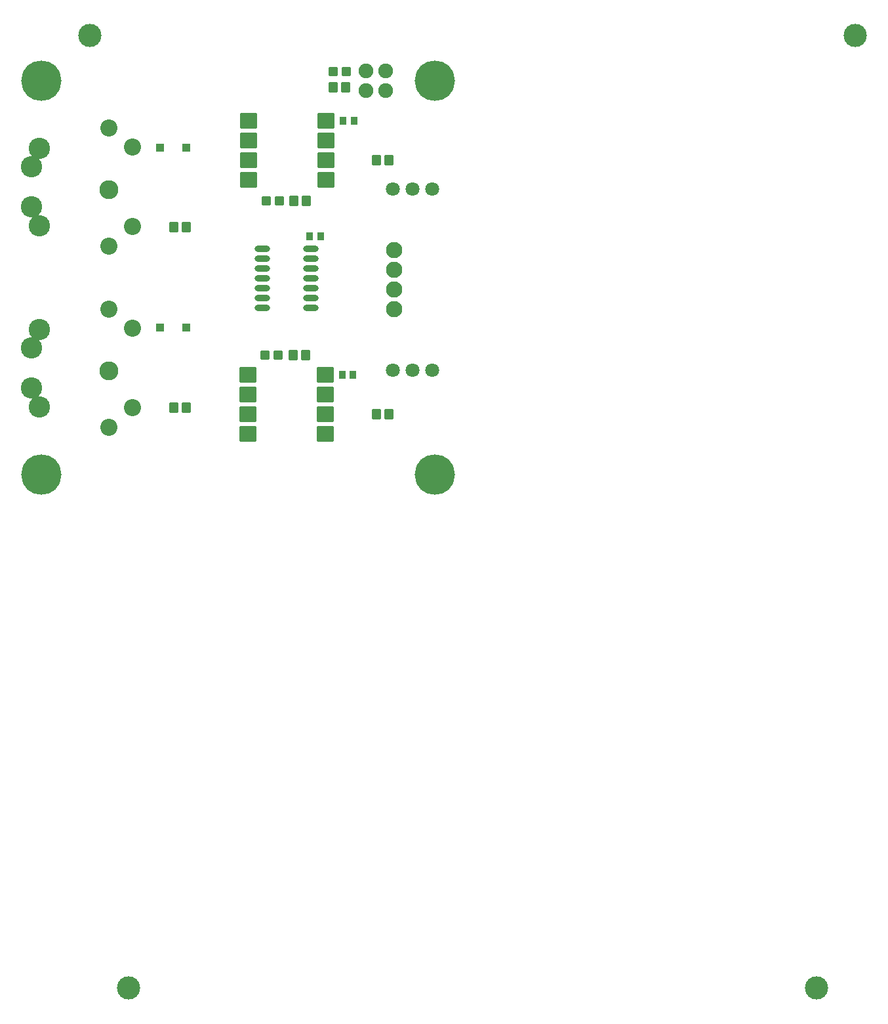
<source format=gts>
G04 Layer: TopSolderMaskLayer*
G04 Panelize: V-CUT, Column: 2, Row: 2, Board Size: 58.42mm x 58.42mm, Panelized Board Size: 118.84mm x 118.84mm*
G04 EasyEDA v6.5.32, 2023-07-30 20:55:49*
G04 df3d2865ddba4bfc9c966cc034514575,5a6b42c53f6a479593ecc07194224c93,10*
G04 Gerber Generator version 0.2*
G04 Scale: 100 percent, Rotated: No, Reflected: No *
G04 Dimensions in millimeters *
G04 leading zeros omitted , absolute positions ,4 integer and 5 decimal *
%FSLAX45Y45*%
%MOMM*%

%AMMACRO1*1,1,$1,$2,$3*1,1,$1,$4,$5*1,1,$1,0-$2,0-$3*1,1,$1,0-$4,0-$5*20,1,$1,$2,$3,$4,$5,0*20,1,$1,$4,$5,0-$2,0-$3,0*20,1,$1,0-$2,0-$3,0-$4,0-$5,0*20,1,$1,0-$4,0-$5,$2,$3,0*4,1,4,$2,$3,$4,$5,0-$2,0-$3,0-$4,0-$5,$2,$3,0*%
%ADD10MACRO1,0.2032X1X0.9X1X-0.9*%
%ADD11MACRO1,0.2032X-1X-0.9X-1X0.9*%
%ADD12MACRO1,0.1016X-0.4X0.45X0.4X0.45*%
%ADD13MACRO1,0.2032X0.5X-0.55X-0.5X-0.55*%
%ADD14MACRO1,0.1016X0.44X0.495X0.44X-0.495*%
%ADD15MACRO1,0.1016X-0.44X0.495X-0.44X-0.495*%
%ADD16MACRO1,0.2032X-0.5X0.55X0.5X0.55*%
%ADD17O,2.0031963999999998X0.8031988000000001*%
%ADD18MACRO1,0.2032X-0.45X-0.5X-0.45X0.5*%
%ADD19C,2.7432*%
%ADD20C,2.4532*%
%ADD21C,2.2032*%
%ADD22MACRO1,0.1016X0.4X-0.45X-0.4X-0.45*%
%ADD23MACRO1,0.2032X-0.4499X-0.5X-0.4499X0.5*%
%ADD24C,5.2032*%
%ADD25C,2.1016*%
%ADD26C,1.9016*%
%ADD27C,1.8016*%
%ADD28C,3.0000*%

%LPD*%
D10*
G01*
X3055993Y4940289D03*
G01*
X3055993Y4686289D03*
G01*
X3055993Y4432289D03*
D11*
G01*
X3055993Y4178289D03*
G01*
X4055991Y4686289D03*
G01*
X4055991Y4940289D03*
G01*
X4055991Y4178289D03*
G01*
X4055991Y4432289D03*
D12*
G01*
X4413392Y4940289D03*
G01*
X4273392Y4940289D03*
D13*
G01*
X2251687Y3568692D03*
G01*
X2091687Y3568692D03*
D14*
G01*
X1913544Y4597389D03*
D15*
G01*
X2252045Y4597389D03*
D16*
G01*
X4707897Y4432292D03*
G01*
X4867897Y4432292D03*
D17*
G01*
X3853306Y2527300D03*
G01*
X3853306Y2654300D03*
G01*
X3853306Y2781300D03*
G01*
X3853306Y2908300D03*
G01*
X3853306Y3035300D03*
G01*
X3853306Y3162300D03*
G01*
X3853306Y3289300D03*
G01*
X3233293Y2527300D03*
G01*
X3233293Y2654300D03*
G01*
X3233293Y2781300D03*
G01*
X3233293Y2908300D03*
G01*
X3233293Y3035300D03*
G01*
X3233293Y3162300D03*
G01*
X3233293Y3289300D03*
D16*
G01*
X4707897Y1155697D03*
G01*
X4867897Y1155697D03*
D13*
G01*
X2251687Y1244597D03*
G01*
X2091687Y1244597D03*
D10*
G01*
X3043293Y1663697D03*
G01*
X3043293Y1409697D03*
G01*
X3043293Y1155697D03*
D11*
G01*
X3043293Y901697D03*
G01*
X4043291Y1409697D03*
G01*
X4043291Y1663697D03*
G01*
X4043291Y901697D03*
G01*
X4043291Y1155697D03*
D12*
G01*
X4400692Y1663697D03*
G01*
X4260692Y1663697D03*
D14*
G01*
X1913544Y2273294D03*
D15*
G01*
X2252045Y2273294D03*
D13*
G01*
X4149092Y5372100D03*
G01*
X4309092Y5372100D03*
D18*
G01*
X4144091Y5575292D03*
G01*
X4314090Y5575292D03*
D19*
G01*
X353060Y2252979D03*
G01*
X353060Y1252220D03*
D20*
G01*
X1252220Y1719579D03*
D21*
G01*
X1252220Y2517139D03*
G01*
X1252220Y988060D03*
G01*
X1551939Y1239520D03*
G01*
X1551939Y2268220D03*
D19*
G01*
X353060Y4589779D03*
G01*
X353060Y3589020D03*
D20*
G01*
X1252220Y4056379D03*
D21*
G01*
X1252220Y4853939D03*
G01*
X1252220Y3324860D03*
G01*
X1551939Y3576320D03*
G01*
X1551939Y4605020D03*
D22*
G01*
X3841592Y3454392D03*
G01*
X3981592Y3454392D03*
D16*
G01*
X3641100Y3911592D03*
G01*
X3801099Y3911592D03*
G01*
X3628400Y1917694D03*
G01*
X3788399Y1917694D03*
D23*
G01*
X3280482Y3911584D03*
G01*
X3450482Y3911584D03*
D18*
G01*
X3267783Y1917687D03*
G01*
X3437783Y1917687D03*
D24*
G01*
X381000Y5461000D03*
G01*
X5461000Y5461000D03*
G01*
X5461000Y381000D03*
G01*
X381000Y381000D03*
D25*
G01*
X4931206Y3274161D03*
G01*
X4931206Y2512161D03*
G01*
X4931206Y2766161D03*
G01*
X4931206Y3020161D03*
D26*
G01*
X4826000Y5588000D03*
G01*
X4826000Y5334000D03*
G01*
X4572000Y5334000D03*
G01*
X4572000Y5588000D03*
D19*
G01*
X254000Y4350308D03*
G01*
X254000Y2013508D03*
G01*
X254000Y1498600D03*
G01*
X254000Y3835400D03*
D27*
G01*
X4914900Y1727200D03*
G01*
X5168900Y1727200D03*
G01*
X5422900Y1727200D03*
G01*
X5422849Y4063974D03*
G01*
X5168849Y4063974D03*
G01*
X4914849Y4063974D03*
D28*
G01*
X999997Y6041999D03*
G01*
X10884001Y6041999D03*
G01*
X1499996Y-6241999D03*
G01*
X10384002Y-6241999D03*
M02*

</source>
